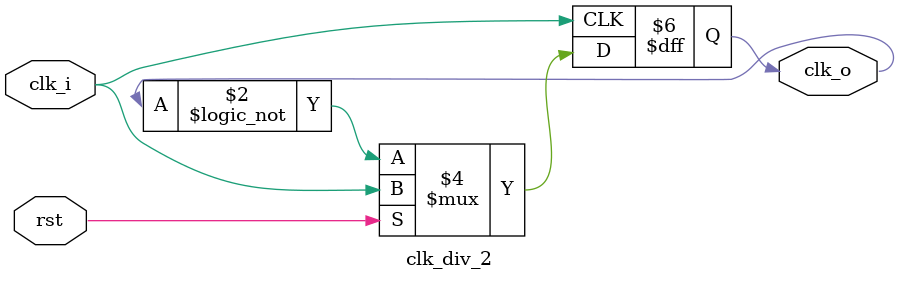
<source format=sv>
module clk_div_2 (
  input rst,
  input clk_i,
  output reg clk_o
);

always @(posedge clk_i) begin
  if (rst) begin
    clk_o <= clk_i;
  end
  else begin
    clk_o <= !clk_o;
  end
end


endmodule

</source>
